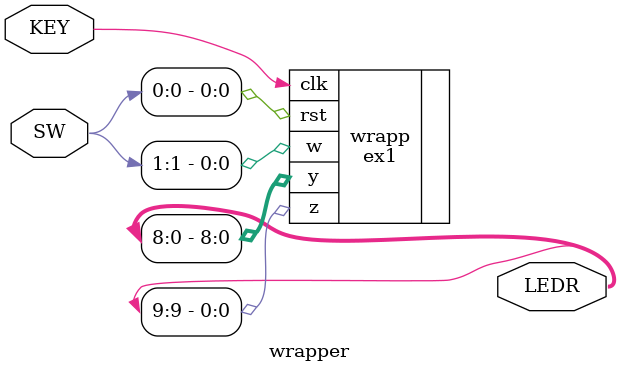
<source format=sv>
module wrapper ( 	
	input logic [1:0] SW,
	input logic [0:0]KEY,
	output logic [9:0] LEDR);

	ex1 wrapp (.clk(KEY[0]),.rst(SW[0]),.w(SW[1]),.z(LEDR[9]),.y(LEDR[8:0]));
endmodule 
</source>
